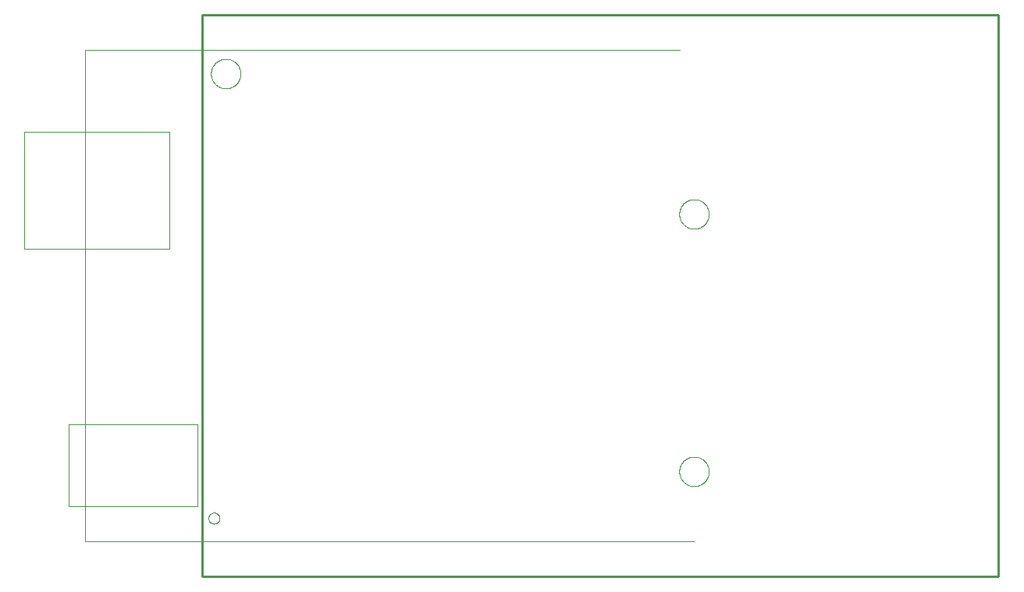
<source format=gbo>
G75*
%MOIN*%
%OFA0B0*%
%FSLAX25Y25*%
%IPPOS*%
%LPD*%
%AMOC8*
5,1,8,0,0,1.08239X$1,22.5*
%
%ADD10C,0.00000*%
%ADD11C,0.01000*%
D10*
X0027000Y0016500D02*
X0027000Y0226500D01*
X0281000Y0226500D01*
X0280701Y0156500D02*
X0280703Y0156658D01*
X0280709Y0156816D01*
X0280719Y0156974D01*
X0280733Y0157132D01*
X0280751Y0157289D01*
X0280772Y0157446D01*
X0280798Y0157602D01*
X0280828Y0157758D01*
X0280861Y0157913D01*
X0280899Y0158066D01*
X0280940Y0158219D01*
X0280985Y0158371D01*
X0281034Y0158522D01*
X0281087Y0158671D01*
X0281143Y0158819D01*
X0281203Y0158965D01*
X0281267Y0159110D01*
X0281335Y0159253D01*
X0281406Y0159395D01*
X0281480Y0159535D01*
X0281558Y0159672D01*
X0281640Y0159808D01*
X0281724Y0159942D01*
X0281813Y0160073D01*
X0281904Y0160202D01*
X0281999Y0160329D01*
X0282096Y0160454D01*
X0282197Y0160576D01*
X0282301Y0160695D01*
X0282408Y0160812D01*
X0282518Y0160926D01*
X0282631Y0161037D01*
X0282746Y0161146D01*
X0282864Y0161251D01*
X0282985Y0161353D01*
X0283108Y0161453D01*
X0283234Y0161549D01*
X0283362Y0161642D01*
X0283492Y0161732D01*
X0283625Y0161818D01*
X0283760Y0161902D01*
X0283896Y0161981D01*
X0284035Y0162058D01*
X0284176Y0162130D01*
X0284318Y0162200D01*
X0284462Y0162265D01*
X0284608Y0162327D01*
X0284755Y0162385D01*
X0284904Y0162440D01*
X0285054Y0162491D01*
X0285205Y0162538D01*
X0285357Y0162581D01*
X0285510Y0162620D01*
X0285665Y0162656D01*
X0285820Y0162687D01*
X0285976Y0162715D01*
X0286132Y0162739D01*
X0286289Y0162759D01*
X0286447Y0162775D01*
X0286604Y0162787D01*
X0286763Y0162795D01*
X0286921Y0162799D01*
X0287079Y0162799D01*
X0287237Y0162795D01*
X0287396Y0162787D01*
X0287553Y0162775D01*
X0287711Y0162759D01*
X0287868Y0162739D01*
X0288024Y0162715D01*
X0288180Y0162687D01*
X0288335Y0162656D01*
X0288490Y0162620D01*
X0288643Y0162581D01*
X0288795Y0162538D01*
X0288946Y0162491D01*
X0289096Y0162440D01*
X0289245Y0162385D01*
X0289392Y0162327D01*
X0289538Y0162265D01*
X0289682Y0162200D01*
X0289824Y0162130D01*
X0289965Y0162058D01*
X0290104Y0161981D01*
X0290240Y0161902D01*
X0290375Y0161818D01*
X0290508Y0161732D01*
X0290638Y0161642D01*
X0290766Y0161549D01*
X0290892Y0161453D01*
X0291015Y0161353D01*
X0291136Y0161251D01*
X0291254Y0161146D01*
X0291369Y0161037D01*
X0291482Y0160926D01*
X0291592Y0160812D01*
X0291699Y0160695D01*
X0291803Y0160576D01*
X0291904Y0160454D01*
X0292001Y0160329D01*
X0292096Y0160202D01*
X0292187Y0160073D01*
X0292276Y0159942D01*
X0292360Y0159808D01*
X0292442Y0159672D01*
X0292520Y0159535D01*
X0292594Y0159395D01*
X0292665Y0159253D01*
X0292733Y0159110D01*
X0292797Y0158965D01*
X0292857Y0158819D01*
X0292913Y0158671D01*
X0292966Y0158522D01*
X0293015Y0158371D01*
X0293060Y0158219D01*
X0293101Y0158066D01*
X0293139Y0157913D01*
X0293172Y0157758D01*
X0293202Y0157602D01*
X0293228Y0157446D01*
X0293249Y0157289D01*
X0293267Y0157132D01*
X0293281Y0156974D01*
X0293291Y0156816D01*
X0293297Y0156658D01*
X0293299Y0156500D01*
X0293297Y0156342D01*
X0293291Y0156184D01*
X0293281Y0156026D01*
X0293267Y0155868D01*
X0293249Y0155711D01*
X0293228Y0155554D01*
X0293202Y0155398D01*
X0293172Y0155242D01*
X0293139Y0155087D01*
X0293101Y0154934D01*
X0293060Y0154781D01*
X0293015Y0154629D01*
X0292966Y0154478D01*
X0292913Y0154329D01*
X0292857Y0154181D01*
X0292797Y0154035D01*
X0292733Y0153890D01*
X0292665Y0153747D01*
X0292594Y0153605D01*
X0292520Y0153465D01*
X0292442Y0153328D01*
X0292360Y0153192D01*
X0292276Y0153058D01*
X0292187Y0152927D01*
X0292096Y0152798D01*
X0292001Y0152671D01*
X0291904Y0152546D01*
X0291803Y0152424D01*
X0291699Y0152305D01*
X0291592Y0152188D01*
X0291482Y0152074D01*
X0291369Y0151963D01*
X0291254Y0151854D01*
X0291136Y0151749D01*
X0291015Y0151647D01*
X0290892Y0151547D01*
X0290766Y0151451D01*
X0290638Y0151358D01*
X0290508Y0151268D01*
X0290375Y0151182D01*
X0290240Y0151098D01*
X0290104Y0151019D01*
X0289965Y0150942D01*
X0289824Y0150870D01*
X0289682Y0150800D01*
X0289538Y0150735D01*
X0289392Y0150673D01*
X0289245Y0150615D01*
X0289096Y0150560D01*
X0288946Y0150509D01*
X0288795Y0150462D01*
X0288643Y0150419D01*
X0288490Y0150380D01*
X0288335Y0150344D01*
X0288180Y0150313D01*
X0288024Y0150285D01*
X0287868Y0150261D01*
X0287711Y0150241D01*
X0287553Y0150225D01*
X0287396Y0150213D01*
X0287237Y0150205D01*
X0287079Y0150201D01*
X0286921Y0150201D01*
X0286763Y0150205D01*
X0286604Y0150213D01*
X0286447Y0150225D01*
X0286289Y0150241D01*
X0286132Y0150261D01*
X0285976Y0150285D01*
X0285820Y0150313D01*
X0285665Y0150344D01*
X0285510Y0150380D01*
X0285357Y0150419D01*
X0285205Y0150462D01*
X0285054Y0150509D01*
X0284904Y0150560D01*
X0284755Y0150615D01*
X0284608Y0150673D01*
X0284462Y0150735D01*
X0284318Y0150800D01*
X0284176Y0150870D01*
X0284035Y0150942D01*
X0283896Y0151019D01*
X0283760Y0151098D01*
X0283625Y0151182D01*
X0283492Y0151268D01*
X0283362Y0151358D01*
X0283234Y0151451D01*
X0283108Y0151547D01*
X0282985Y0151647D01*
X0282864Y0151749D01*
X0282746Y0151854D01*
X0282631Y0151963D01*
X0282518Y0152074D01*
X0282408Y0152188D01*
X0282301Y0152305D01*
X0282197Y0152424D01*
X0282096Y0152546D01*
X0281999Y0152671D01*
X0281904Y0152798D01*
X0281813Y0152927D01*
X0281724Y0153058D01*
X0281640Y0153192D01*
X0281558Y0153328D01*
X0281480Y0153465D01*
X0281406Y0153605D01*
X0281335Y0153747D01*
X0281267Y0153890D01*
X0281203Y0154035D01*
X0281143Y0154181D01*
X0281087Y0154329D01*
X0281034Y0154478D01*
X0280985Y0154629D01*
X0280940Y0154781D01*
X0280899Y0154934D01*
X0280861Y0155087D01*
X0280828Y0155242D01*
X0280798Y0155398D01*
X0280772Y0155554D01*
X0280751Y0155711D01*
X0280733Y0155868D01*
X0280719Y0156026D01*
X0280709Y0156184D01*
X0280703Y0156342D01*
X0280701Y0156500D01*
X0280701Y0046500D02*
X0280703Y0046658D01*
X0280709Y0046816D01*
X0280719Y0046974D01*
X0280733Y0047132D01*
X0280751Y0047289D01*
X0280772Y0047446D01*
X0280798Y0047602D01*
X0280828Y0047758D01*
X0280861Y0047913D01*
X0280899Y0048066D01*
X0280940Y0048219D01*
X0280985Y0048371D01*
X0281034Y0048522D01*
X0281087Y0048671D01*
X0281143Y0048819D01*
X0281203Y0048965D01*
X0281267Y0049110D01*
X0281335Y0049253D01*
X0281406Y0049395D01*
X0281480Y0049535D01*
X0281558Y0049672D01*
X0281640Y0049808D01*
X0281724Y0049942D01*
X0281813Y0050073D01*
X0281904Y0050202D01*
X0281999Y0050329D01*
X0282096Y0050454D01*
X0282197Y0050576D01*
X0282301Y0050695D01*
X0282408Y0050812D01*
X0282518Y0050926D01*
X0282631Y0051037D01*
X0282746Y0051146D01*
X0282864Y0051251D01*
X0282985Y0051353D01*
X0283108Y0051453D01*
X0283234Y0051549D01*
X0283362Y0051642D01*
X0283492Y0051732D01*
X0283625Y0051818D01*
X0283760Y0051902D01*
X0283896Y0051981D01*
X0284035Y0052058D01*
X0284176Y0052130D01*
X0284318Y0052200D01*
X0284462Y0052265D01*
X0284608Y0052327D01*
X0284755Y0052385D01*
X0284904Y0052440D01*
X0285054Y0052491D01*
X0285205Y0052538D01*
X0285357Y0052581D01*
X0285510Y0052620D01*
X0285665Y0052656D01*
X0285820Y0052687D01*
X0285976Y0052715D01*
X0286132Y0052739D01*
X0286289Y0052759D01*
X0286447Y0052775D01*
X0286604Y0052787D01*
X0286763Y0052795D01*
X0286921Y0052799D01*
X0287079Y0052799D01*
X0287237Y0052795D01*
X0287396Y0052787D01*
X0287553Y0052775D01*
X0287711Y0052759D01*
X0287868Y0052739D01*
X0288024Y0052715D01*
X0288180Y0052687D01*
X0288335Y0052656D01*
X0288490Y0052620D01*
X0288643Y0052581D01*
X0288795Y0052538D01*
X0288946Y0052491D01*
X0289096Y0052440D01*
X0289245Y0052385D01*
X0289392Y0052327D01*
X0289538Y0052265D01*
X0289682Y0052200D01*
X0289824Y0052130D01*
X0289965Y0052058D01*
X0290104Y0051981D01*
X0290240Y0051902D01*
X0290375Y0051818D01*
X0290508Y0051732D01*
X0290638Y0051642D01*
X0290766Y0051549D01*
X0290892Y0051453D01*
X0291015Y0051353D01*
X0291136Y0051251D01*
X0291254Y0051146D01*
X0291369Y0051037D01*
X0291482Y0050926D01*
X0291592Y0050812D01*
X0291699Y0050695D01*
X0291803Y0050576D01*
X0291904Y0050454D01*
X0292001Y0050329D01*
X0292096Y0050202D01*
X0292187Y0050073D01*
X0292276Y0049942D01*
X0292360Y0049808D01*
X0292442Y0049672D01*
X0292520Y0049535D01*
X0292594Y0049395D01*
X0292665Y0049253D01*
X0292733Y0049110D01*
X0292797Y0048965D01*
X0292857Y0048819D01*
X0292913Y0048671D01*
X0292966Y0048522D01*
X0293015Y0048371D01*
X0293060Y0048219D01*
X0293101Y0048066D01*
X0293139Y0047913D01*
X0293172Y0047758D01*
X0293202Y0047602D01*
X0293228Y0047446D01*
X0293249Y0047289D01*
X0293267Y0047132D01*
X0293281Y0046974D01*
X0293291Y0046816D01*
X0293297Y0046658D01*
X0293299Y0046500D01*
X0293297Y0046342D01*
X0293291Y0046184D01*
X0293281Y0046026D01*
X0293267Y0045868D01*
X0293249Y0045711D01*
X0293228Y0045554D01*
X0293202Y0045398D01*
X0293172Y0045242D01*
X0293139Y0045087D01*
X0293101Y0044934D01*
X0293060Y0044781D01*
X0293015Y0044629D01*
X0292966Y0044478D01*
X0292913Y0044329D01*
X0292857Y0044181D01*
X0292797Y0044035D01*
X0292733Y0043890D01*
X0292665Y0043747D01*
X0292594Y0043605D01*
X0292520Y0043465D01*
X0292442Y0043328D01*
X0292360Y0043192D01*
X0292276Y0043058D01*
X0292187Y0042927D01*
X0292096Y0042798D01*
X0292001Y0042671D01*
X0291904Y0042546D01*
X0291803Y0042424D01*
X0291699Y0042305D01*
X0291592Y0042188D01*
X0291482Y0042074D01*
X0291369Y0041963D01*
X0291254Y0041854D01*
X0291136Y0041749D01*
X0291015Y0041647D01*
X0290892Y0041547D01*
X0290766Y0041451D01*
X0290638Y0041358D01*
X0290508Y0041268D01*
X0290375Y0041182D01*
X0290240Y0041098D01*
X0290104Y0041019D01*
X0289965Y0040942D01*
X0289824Y0040870D01*
X0289682Y0040800D01*
X0289538Y0040735D01*
X0289392Y0040673D01*
X0289245Y0040615D01*
X0289096Y0040560D01*
X0288946Y0040509D01*
X0288795Y0040462D01*
X0288643Y0040419D01*
X0288490Y0040380D01*
X0288335Y0040344D01*
X0288180Y0040313D01*
X0288024Y0040285D01*
X0287868Y0040261D01*
X0287711Y0040241D01*
X0287553Y0040225D01*
X0287396Y0040213D01*
X0287237Y0040205D01*
X0287079Y0040201D01*
X0286921Y0040201D01*
X0286763Y0040205D01*
X0286604Y0040213D01*
X0286447Y0040225D01*
X0286289Y0040241D01*
X0286132Y0040261D01*
X0285976Y0040285D01*
X0285820Y0040313D01*
X0285665Y0040344D01*
X0285510Y0040380D01*
X0285357Y0040419D01*
X0285205Y0040462D01*
X0285054Y0040509D01*
X0284904Y0040560D01*
X0284755Y0040615D01*
X0284608Y0040673D01*
X0284462Y0040735D01*
X0284318Y0040800D01*
X0284176Y0040870D01*
X0284035Y0040942D01*
X0283896Y0041019D01*
X0283760Y0041098D01*
X0283625Y0041182D01*
X0283492Y0041268D01*
X0283362Y0041358D01*
X0283234Y0041451D01*
X0283108Y0041547D01*
X0282985Y0041647D01*
X0282864Y0041749D01*
X0282746Y0041854D01*
X0282631Y0041963D01*
X0282518Y0042074D01*
X0282408Y0042188D01*
X0282301Y0042305D01*
X0282197Y0042424D01*
X0282096Y0042546D01*
X0281999Y0042671D01*
X0281904Y0042798D01*
X0281813Y0042927D01*
X0281724Y0043058D01*
X0281640Y0043192D01*
X0281558Y0043328D01*
X0281480Y0043465D01*
X0281406Y0043605D01*
X0281335Y0043747D01*
X0281267Y0043890D01*
X0281203Y0044035D01*
X0281143Y0044181D01*
X0281087Y0044329D01*
X0281034Y0044478D01*
X0280985Y0044629D01*
X0280940Y0044781D01*
X0280899Y0044934D01*
X0280861Y0045087D01*
X0280828Y0045242D01*
X0280798Y0045398D01*
X0280772Y0045554D01*
X0280751Y0045711D01*
X0280733Y0045868D01*
X0280719Y0046026D01*
X0280709Y0046184D01*
X0280703Y0046342D01*
X0280701Y0046500D01*
X0287000Y0016500D02*
X0027000Y0016500D01*
X0020000Y0031500D02*
X0020000Y0066500D01*
X0075000Y0066500D01*
X0075000Y0031500D01*
X0020000Y0031500D01*
X0079638Y0026500D02*
X0079640Y0026597D01*
X0079646Y0026694D01*
X0079656Y0026790D01*
X0079670Y0026886D01*
X0079688Y0026982D01*
X0079709Y0027076D01*
X0079735Y0027170D01*
X0079764Y0027262D01*
X0079798Y0027353D01*
X0079834Y0027443D01*
X0079875Y0027531D01*
X0079919Y0027617D01*
X0079967Y0027702D01*
X0080018Y0027784D01*
X0080072Y0027865D01*
X0080130Y0027943D01*
X0080191Y0028018D01*
X0080254Y0028091D01*
X0080321Y0028162D01*
X0080391Y0028229D01*
X0080463Y0028294D01*
X0080538Y0028355D01*
X0080616Y0028414D01*
X0080695Y0028469D01*
X0080777Y0028521D01*
X0080861Y0028569D01*
X0080947Y0028614D01*
X0081035Y0028656D01*
X0081124Y0028694D01*
X0081215Y0028728D01*
X0081307Y0028758D01*
X0081400Y0028785D01*
X0081495Y0028807D01*
X0081590Y0028826D01*
X0081686Y0028841D01*
X0081782Y0028852D01*
X0081879Y0028859D01*
X0081976Y0028862D01*
X0082073Y0028861D01*
X0082170Y0028856D01*
X0082266Y0028847D01*
X0082362Y0028834D01*
X0082458Y0028817D01*
X0082553Y0028796D01*
X0082646Y0028772D01*
X0082739Y0028743D01*
X0082831Y0028711D01*
X0082921Y0028675D01*
X0083009Y0028636D01*
X0083096Y0028592D01*
X0083181Y0028546D01*
X0083264Y0028495D01*
X0083345Y0028442D01*
X0083423Y0028385D01*
X0083500Y0028325D01*
X0083573Y0028262D01*
X0083644Y0028196D01*
X0083712Y0028127D01*
X0083778Y0028055D01*
X0083840Y0027981D01*
X0083899Y0027904D01*
X0083955Y0027825D01*
X0084008Y0027743D01*
X0084058Y0027660D01*
X0084103Y0027574D01*
X0084146Y0027487D01*
X0084185Y0027398D01*
X0084220Y0027308D01*
X0084251Y0027216D01*
X0084278Y0027123D01*
X0084302Y0027029D01*
X0084322Y0026934D01*
X0084338Y0026838D01*
X0084350Y0026742D01*
X0084358Y0026645D01*
X0084362Y0026548D01*
X0084362Y0026452D01*
X0084358Y0026355D01*
X0084350Y0026258D01*
X0084338Y0026162D01*
X0084322Y0026066D01*
X0084302Y0025971D01*
X0084278Y0025877D01*
X0084251Y0025784D01*
X0084220Y0025692D01*
X0084185Y0025602D01*
X0084146Y0025513D01*
X0084103Y0025426D01*
X0084058Y0025340D01*
X0084008Y0025257D01*
X0083955Y0025175D01*
X0083899Y0025096D01*
X0083840Y0025019D01*
X0083778Y0024945D01*
X0083712Y0024873D01*
X0083644Y0024804D01*
X0083573Y0024738D01*
X0083500Y0024675D01*
X0083423Y0024615D01*
X0083345Y0024558D01*
X0083264Y0024505D01*
X0083181Y0024454D01*
X0083096Y0024408D01*
X0083009Y0024364D01*
X0082921Y0024325D01*
X0082831Y0024289D01*
X0082739Y0024257D01*
X0082646Y0024228D01*
X0082553Y0024204D01*
X0082458Y0024183D01*
X0082362Y0024166D01*
X0082266Y0024153D01*
X0082170Y0024144D01*
X0082073Y0024139D01*
X0081976Y0024138D01*
X0081879Y0024141D01*
X0081782Y0024148D01*
X0081686Y0024159D01*
X0081590Y0024174D01*
X0081495Y0024193D01*
X0081400Y0024215D01*
X0081307Y0024242D01*
X0081215Y0024272D01*
X0081124Y0024306D01*
X0081035Y0024344D01*
X0080947Y0024386D01*
X0080861Y0024431D01*
X0080777Y0024479D01*
X0080695Y0024531D01*
X0080616Y0024586D01*
X0080538Y0024645D01*
X0080463Y0024706D01*
X0080391Y0024771D01*
X0080321Y0024838D01*
X0080254Y0024909D01*
X0080191Y0024982D01*
X0080130Y0025057D01*
X0080072Y0025135D01*
X0080018Y0025216D01*
X0079967Y0025298D01*
X0079919Y0025383D01*
X0079875Y0025469D01*
X0079834Y0025557D01*
X0079798Y0025647D01*
X0079764Y0025738D01*
X0079735Y0025830D01*
X0079709Y0025924D01*
X0079688Y0026018D01*
X0079670Y0026114D01*
X0079656Y0026210D01*
X0079646Y0026306D01*
X0079640Y0026403D01*
X0079638Y0026500D01*
X0063000Y0141500D02*
X0001000Y0141500D01*
X0001000Y0191500D01*
X0063000Y0191500D01*
X0063000Y0141500D01*
X0080701Y0216500D02*
X0080703Y0216658D01*
X0080709Y0216816D01*
X0080719Y0216974D01*
X0080733Y0217132D01*
X0080751Y0217289D01*
X0080772Y0217446D01*
X0080798Y0217602D01*
X0080828Y0217758D01*
X0080861Y0217913D01*
X0080899Y0218066D01*
X0080940Y0218219D01*
X0080985Y0218371D01*
X0081034Y0218522D01*
X0081087Y0218671D01*
X0081143Y0218819D01*
X0081203Y0218965D01*
X0081267Y0219110D01*
X0081335Y0219253D01*
X0081406Y0219395D01*
X0081480Y0219535D01*
X0081558Y0219672D01*
X0081640Y0219808D01*
X0081724Y0219942D01*
X0081813Y0220073D01*
X0081904Y0220202D01*
X0081999Y0220329D01*
X0082096Y0220454D01*
X0082197Y0220576D01*
X0082301Y0220695D01*
X0082408Y0220812D01*
X0082518Y0220926D01*
X0082631Y0221037D01*
X0082746Y0221146D01*
X0082864Y0221251D01*
X0082985Y0221353D01*
X0083108Y0221453D01*
X0083234Y0221549D01*
X0083362Y0221642D01*
X0083492Y0221732D01*
X0083625Y0221818D01*
X0083760Y0221902D01*
X0083896Y0221981D01*
X0084035Y0222058D01*
X0084176Y0222130D01*
X0084318Y0222200D01*
X0084462Y0222265D01*
X0084608Y0222327D01*
X0084755Y0222385D01*
X0084904Y0222440D01*
X0085054Y0222491D01*
X0085205Y0222538D01*
X0085357Y0222581D01*
X0085510Y0222620D01*
X0085665Y0222656D01*
X0085820Y0222687D01*
X0085976Y0222715D01*
X0086132Y0222739D01*
X0086289Y0222759D01*
X0086447Y0222775D01*
X0086604Y0222787D01*
X0086763Y0222795D01*
X0086921Y0222799D01*
X0087079Y0222799D01*
X0087237Y0222795D01*
X0087396Y0222787D01*
X0087553Y0222775D01*
X0087711Y0222759D01*
X0087868Y0222739D01*
X0088024Y0222715D01*
X0088180Y0222687D01*
X0088335Y0222656D01*
X0088490Y0222620D01*
X0088643Y0222581D01*
X0088795Y0222538D01*
X0088946Y0222491D01*
X0089096Y0222440D01*
X0089245Y0222385D01*
X0089392Y0222327D01*
X0089538Y0222265D01*
X0089682Y0222200D01*
X0089824Y0222130D01*
X0089965Y0222058D01*
X0090104Y0221981D01*
X0090240Y0221902D01*
X0090375Y0221818D01*
X0090508Y0221732D01*
X0090638Y0221642D01*
X0090766Y0221549D01*
X0090892Y0221453D01*
X0091015Y0221353D01*
X0091136Y0221251D01*
X0091254Y0221146D01*
X0091369Y0221037D01*
X0091482Y0220926D01*
X0091592Y0220812D01*
X0091699Y0220695D01*
X0091803Y0220576D01*
X0091904Y0220454D01*
X0092001Y0220329D01*
X0092096Y0220202D01*
X0092187Y0220073D01*
X0092276Y0219942D01*
X0092360Y0219808D01*
X0092442Y0219672D01*
X0092520Y0219535D01*
X0092594Y0219395D01*
X0092665Y0219253D01*
X0092733Y0219110D01*
X0092797Y0218965D01*
X0092857Y0218819D01*
X0092913Y0218671D01*
X0092966Y0218522D01*
X0093015Y0218371D01*
X0093060Y0218219D01*
X0093101Y0218066D01*
X0093139Y0217913D01*
X0093172Y0217758D01*
X0093202Y0217602D01*
X0093228Y0217446D01*
X0093249Y0217289D01*
X0093267Y0217132D01*
X0093281Y0216974D01*
X0093291Y0216816D01*
X0093297Y0216658D01*
X0093299Y0216500D01*
X0093297Y0216342D01*
X0093291Y0216184D01*
X0093281Y0216026D01*
X0093267Y0215868D01*
X0093249Y0215711D01*
X0093228Y0215554D01*
X0093202Y0215398D01*
X0093172Y0215242D01*
X0093139Y0215087D01*
X0093101Y0214934D01*
X0093060Y0214781D01*
X0093015Y0214629D01*
X0092966Y0214478D01*
X0092913Y0214329D01*
X0092857Y0214181D01*
X0092797Y0214035D01*
X0092733Y0213890D01*
X0092665Y0213747D01*
X0092594Y0213605D01*
X0092520Y0213465D01*
X0092442Y0213328D01*
X0092360Y0213192D01*
X0092276Y0213058D01*
X0092187Y0212927D01*
X0092096Y0212798D01*
X0092001Y0212671D01*
X0091904Y0212546D01*
X0091803Y0212424D01*
X0091699Y0212305D01*
X0091592Y0212188D01*
X0091482Y0212074D01*
X0091369Y0211963D01*
X0091254Y0211854D01*
X0091136Y0211749D01*
X0091015Y0211647D01*
X0090892Y0211547D01*
X0090766Y0211451D01*
X0090638Y0211358D01*
X0090508Y0211268D01*
X0090375Y0211182D01*
X0090240Y0211098D01*
X0090104Y0211019D01*
X0089965Y0210942D01*
X0089824Y0210870D01*
X0089682Y0210800D01*
X0089538Y0210735D01*
X0089392Y0210673D01*
X0089245Y0210615D01*
X0089096Y0210560D01*
X0088946Y0210509D01*
X0088795Y0210462D01*
X0088643Y0210419D01*
X0088490Y0210380D01*
X0088335Y0210344D01*
X0088180Y0210313D01*
X0088024Y0210285D01*
X0087868Y0210261D01*
X0087711Y0210241D01*
X0087553Y0210225D01*
X0087396Y0210213D01*
X0087237Y0210205D01*
X0087079Y0210201D01*
X0086921Y0210201D01*
X0086763Y0210205D01*
X0086604Y0210213D01*
X0086447Y0210225D01*
X0086289Y0210241D01*
X0086132Y0210261D01*
X0085976Y0210285D01*
X0085820Y0210313D01*
X0085665Y0210344D01*
X0085510Y0210380D01*
X0085357Y0210419D01*
X0085205Y0210462D01*
X0085054Y0210509D01*
X0084904Y0210560D01*
X0084755Y0210615D01*
X0084608Y0210673D01*
X0084462Y0210735D01*
X0084318Y0210800D01*
X0084176Y0210870D01*
X0084035Y0210942D01*
X0083896Y0211019D01*
X0083760Y0211098D01*
X0083625Y0211182D01*
X0083492Y0211268D01*
X0083362Y0211358D01*
X0083234Y0211451D01*
X0083108Y0211547D01*
X0082985Y0211647D01*
X0082864Y0211749D01*
X0082746Y0211854D01*
X0082631Y0211963D01*
X0082518Y0212074D01*
X0082408Y0212188D01*
X0082301Y0212305D01*
X0082197Y0212424D01*
X0082096Y0212546D01*
X0081999Y0212671D01*
X0081904Y0212798D01*
X0081813Y0212927D01*
X0081724Y0213058D01*
X0081640Y0213192D01*
X0081558Y0213328D01*
X0081480Y0213465D01*
X0081406Y0213605D01*
X0081335Y0213747D01*
X0081267Y0213890D01*
X0081203Y0214035D01*
X0081143Y0214181D01*
X0081087Y0214329D01*
X0081034Y0214478D01*
X0080985Y0214629D01*
X0080940Y0214781D01*
X0080899Y0214934D01*
X0080861Y0215087D01*
X0080828Y0215242D01*
X0080798Y0215398D01*
X0080772Y0215554D01*
X0080751Y0215711D01*
X0080733Y0215868D01*
X0080719Y0216026D01*
X0080709Y0216184D01*
X0080703Y0216342D01*
X0080701Y0216500D01*
D11*
X0077000Y0241500D02*
X0417000Y0241500D01*
X0417000Y0001500D01*
X0077000Y0001500D01*
X0077000Y0241500D01*
M02*

</source>
